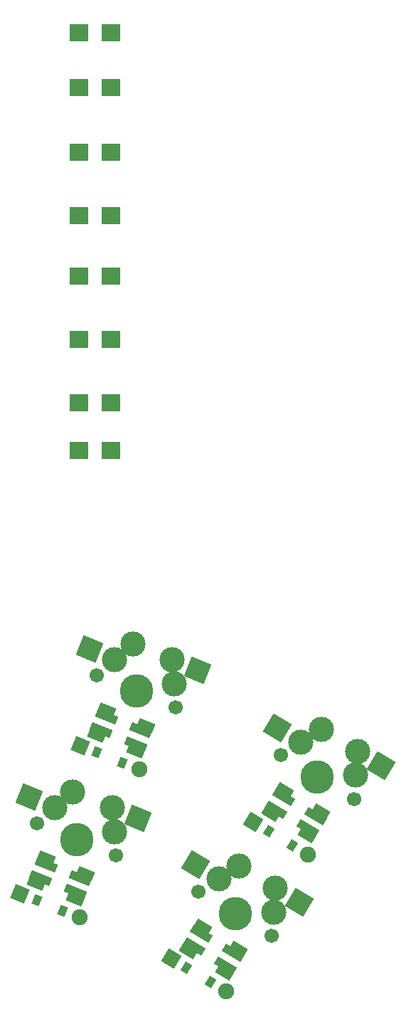
<source format=gbr>
%TF.GenerationSoftware,KiCad,Pcbnew,6.0.10-86aedd382b~118~ubuntu22.04.1*%
%TF.CreationDate,2023-01-31T18:18:49-07:00*%
%TF.ProjectId,scaarix_flow_thumb_cluster,73636161-7269-4785-9f66-6c6f775f7468,v1.0.0*%
%TF.SameCoordinates,Original*%
%TF.FileFunction,Soldermask,Bot*%
%TF.FilePolarity,Negative*%
%FSLAX46Y46*%
G04 Gerber Fmt 4.6, Leading zero omitted, Abs format (unit mm)*
G04 Created by KiCad (PCBNEW 6.0.10-86aedd382b~118~ubuntu22.04.1) date 2023-01-31 18:18:49*
%MOMM*%
%LPD*%
G01*
G04 APERTURE LIST*
G04 Aperture macros list*
%AMRotRect*
0 Rectangle, with rotation*
0 The origin of the aperture is its center*
0 $1 length*
0 $2 width*
0 $3 Rotation angle, in degrees counterclockwise*
0 Add horizontal line*
21,1,$1,$2,0,0,$3*%
G04 Aperture macros list end*
%ADD10RotRect,1.778000X1.778000X329.000000*%
%ADD11RotRect,0.900000X1.200000X329.000000*%
%ADD12C,1.905000*%
%ADD13RotRect,1.778000X1.778000X338.000000*%
%ADD14RotRect,0.900000X1.200000X338.000000*%
%ADD15C,3.000000*%
%ADD16C,3.987800*%
%ADD17C,1.701800*%
%ADD18RotRect,2.550000X2.500000X338.000000*%
%ADD19RotRect,2.550000X2.500000X329.000000*%
%ADD20R,2.200000X2.000000*%
%ADD21RotRect,2.600000X1.000000X158.000000*%
%ADD22RotRect,2.000000X1.200000X158.000000*%
%ADD23RotRect,2.600000X1.000000X149.000000*%
%ADD24RotRect,2.000000X1.200000X149.000000*%
G04 APERTURE END LIST*
D10*
%TO.C,D27*%
X296327893Y-172089405D03*
D11*
X298179374Y-173201887D03*
X301008026Y-174901513D03*
D12*
X302859507Y-176013995D03*
%TD*%
D13*
%TO.C,D25*%
X275700830Y-163024949D03*
D14*
X277703547Y-163834099D03*
X280763253Y-165070301D03*
D12*
X282765970Y-165879451D03*
%TD*%
D15*
%TO.C,S25*%
X279836430Y-152788802D03*
X281965455Y-150909505D03*
D16*
X282417500Y-156571100D03*
D15*
X286901571Y-155643304D03*
X286675548Y-152812507D03*
D17*
X277707406Y-154668099D03*
X287127594Y-158474101D03*
D18*
X276799903Y-151561965D03*
X289737110Y-154049458D03*
%TD*%
D11*
%TO.C,D26*%
X288393674Y-189487987D03*
D10*
X286542193Y-188375505D03*
D12*
X293073807Y-192300095D03*
D11*
X291222326Y-191187613D03*
%TD*%
D15*
%TO.C,S27*%
X308545504Y-166550790D03*
D17*
X299617090Y-164149307D03*
X308325910Y-169382093D03*
D15*
X308765098Y-163719487D03*
X302013889Y-162626200D03*
X304410688Y-161103093D03*
D16*
X303971500Y-166765700D03*
D19*
X299206666Y-160939450D03*
X311595465Y-165420143D03*
%TD*%
D14*
%TO.C,D24*%
X270585947Y-181450499D03*
D13*
X268583230Y-180641349D03*
D14*
X273645653Y-182686701D03*
D12*
X275648370Y-183495851D03*
%TD*%
D15*
%TO.C,S24*%
X279558048Y-170429007D03*
X272718930Y-170405302D03*
D17*
X280010094Y-176090601D03*
D16*
X275300000Y-174187600D03*
D15*
X279784071Y-173259804D03*
X274847955Y-168526005D03*
D17*
X270589906Y-172284599D03*
D18*
X269682403Y-169178465D03*
X282619610Y-171665958D03*
%TD*%
D17*
%TO.C,S26*%
X298540210Y-185668293D03*
D15*
X298979398Y-180005687D03*
D17*
X289831390Y-180435507D03*
D15*
X294624988Y-177389293D03*
X292228189Y-178912400D03*
X298759804Y-182836990D03*
D16*
X294185800Y-183051900D03*
D19*
X289420966Y-177225650D03*
X301809765Y-181706343D03*
%TD*%
D20*
%TO.C,J2*%
X279350000Y-78200000D03*
X275550000Y-78200000D03*
X279350000Y-84700000D03*
X275550000Y-84700000D03*
X279350000Y-92450000D03*
X275550000Y-92450000D03*
X279350000Y-99950000D03*
X275550000Y-99950000D03*
X279350000Y-107200000D03*
X275550000Y-107200000D03*
X275550000Y-114700000D03*
X279350000Y-114700000D03*
X275550000Y-122200000D03*
X279350000Y-122200000D03*
X279350000Y-127950000D03*
X275550000Y-127950000D03*
%TD*%
D21*
%TO.C,LED52*%
X282967585Y-161225349D03*
X282312024Y-162847920D03*
X278232415Y-161199651D03*
X278887976Y-159577080D03*
D22*
X283517330Y-160665522D03*
X282318589Y-163632511D03*
X277682670Y-161759478D03*
X278881411Y-158792489D03*
%TD*%
D21*
%TO.C,LED51*%
X275767585Y-178825349D03*
X275112024Y-180447920D03*
X271032415Y-178799651D03*
X271687976Y-177177080D03*
D22*
X276317330Y-178265522D03*
X275118589Y-181232511D03*
X270482670Y-179359478D03*
X271681411Y-176392489D03*
%TD*%
D23*
%TO.C,LED54*%
X303736426Y-171395562D03*
X302835110Y-172895605D03*
X299063574Y-170629438D03*
X299964890Y-169129395D03*
D24*
X304366979Y-170928628D03*
X302718857Y-173671563D03*
X298433021Y-171096372D03*
X300081143Y-168353437D03*
%TD*%
D23*
%TO.C,LED53*%
X293936426Y-187695562D03*
X293035110Y-189195605D03*
X289263574Y-186929438D03*
X290164890Y-185429395D03*
D24*
X294566979Y-187228628D03*
X292918857Y-189971563D03*
X288633021Y-187396372D03*
X290281143Y-184653437D03*
%TD*%
M02*

</source>
